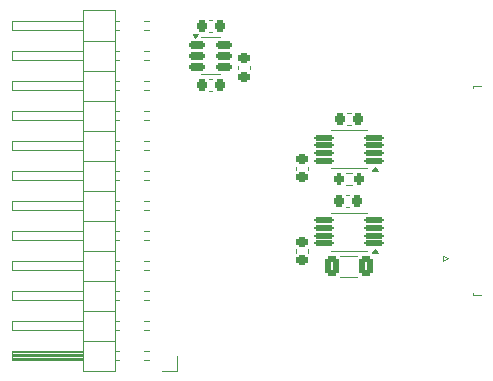
<source format=gbr>
%TF.GenerationSoftware,KiCad,Pcbnew,8.99.0-unknown-77b1d367df~178~ubuntu23.10.1*%
%TF.CreationDate,2024-11-09T00:31:48-05:00*%
%TF.ProjectId,24PinINA333,32345069-6e49-44e4-9133-33332e6b6963,rev?*%
%TF.SameCoordinates,Original*%
%TF.FileFunction,Legend,Top*%
%TF.FilePolarity,Positive*%
%FSLAX46Y46*%
G04 Gerber Fmt 4.6, Leading zero omitted, Abs format (unit mm)*
G04 Created by KiCad (PCBNEW 8.99.0-unknown-77b1d367df~178~ubuntu23.10.1) date 2024-11-09 00:31:48*
%MOMM*%
%LPD*%
G01*
G04 APERTURE LIST*
G04 Aperture macros list*
%AMRoundRect*
0 Rectangle with rounded corners*
0 $1 Rounding radius*
0 $2 $3 $4 $5 $6 $7 $8 $9 X,Y pos of 4 corners*
0 Add a 4 corners polygon primitive as box body*
4,1,4,$2,$3,$4,$5,$6,$7,$8,$9,$2,$3,0*
0 Add four circle primitives for the rounded corners*
1,1,$1+$1,$2,$3*
1,1,$1+$1,$4,$5*
1,1,$1+$1,$6,$7*
1,1,$1+$1,$8,$9*
0 Add four rect primitives between the rounded corners*
20,1,$1+$1,$2,$3,$4,$5,0*
20,1,$1+$1,$4,$5,$6,$7,0*
20,1,$1+$1,$6,$7,$8,$9,0*
20,1,$1+$1,$8,$9,$2,$3,0*%
G04 Aperture macros list end*
%ADD10C,0.120000*%
%ADD11RoundRect,0.225000X-0.250000X0.225000X-0.250000X-0.225000X0.250000X-0.225000X0.250000X0.225000X0*%
%ADD12RoundRect,0.225000X-0.225000X-0.250000X0.225000X-0.250000X0.225000X0.250000X-0.225000X0.250000X0*%
%ADD13RoundRect,0.150000X-0.512500X-0.150000X0.512500X-0.150000X0.512500X0.150000X-0.512500X0.150000X0*%
%ADD14RoundRect,0.125000X0.687500X0.125000X-0.687500X0.125000X-0.687500X-0.125000X0.687500X-0.125000X0*%
%ADD15RoundRect,0.250000X0.312500X0.625000X-0.312500X0.625000X-0.312500X-0.625000X0.312500X-0.625000X0*%
%ADD16RoundRect,0.225000X0.225000X0.250000X-0.225000X0.250000X-0.225000X-0.250000X0.225000X-0.250000X0*%
%ADD17R,1.250000X0.300000*%
%ADD18R,3.000000X2.000000*%
%ADD19RoundRect,0.200000X0.200000X0.275000X-0.200000X0.275000X-0.200000X-0.275000X0.200000X-0.275000X0*%
%ADD20R,1.700000X1.700000*%
%ADD21O,1.700000X1.700000*%
G04 APERTURE END LIST*
D10*
%TO.C,C6*%
X122090000Y-79459420D02*
X122090000Y-79740580D01*
X123110000Y-79459420D02*
X123110000Y-79740580D01*
%TO.C,C4*%
X131359420Y-83415000D02*
X131640580Y-83415000D01*
X131359420Y-84435000D02*
X131640580Y-84435000D01*
%TO.C,U4*%
X119800000Y-77040000D02*
X119000000Y-77040000D01*
X119800000Y-77040000D02*
X120600000Y-77040000D01*
X119800000Y-80160000D02*
X119000000Y-80160000D01*
X119800000Y-80160000D02*
X120600000Y-80160000D01*
X118500000Y-77090000D02*
X118260000Y-76760000D01*
X118740000Y-76760000D01*
X118500000Y-77090000D01*
G36*
X118500000Y-77090000D02*
G01*
X118260000Y-76760000D01*
X118740000Y-76760000D01*
X118500000Y-77090000D01*
G37*
%TO.C,U1*%
X131500000Y-91890000D02*
X130000000Y-91890000D01*
X131500000Y-91890000D02*
X133000000Y-91890000D01*
X131500000Y-95110000D02*
X130000000Y-95110000D01*
X131500000Y-95110000D02*
X133000000Y-95110000D01*
X133952500Y-95315000D02*
X133472500Y-95315000D01*
X133712500Y-94985000D01*
X133952500Y-95315000D01*
G36*
X133952500Y-95315000D02*
G01*
X133472500Y-95315000D01*
X133712500Y-94985000D01*
X133952500Y-95315000D01*
G37*
%TO.C,R1*%
X132219564Y-95515000D02*
X130765436Y-95515000D01*
X132219564Y-97335000D02*
X130765436Y-97335000D01*
%TO.C,C5*%
X119940580Y-80590000D02*
X119659420Y-80590000D01*
X119940580Y-81610000D02*
X119659420Y-81610000D01*
%TO.C,U2*%
X131500000Y-84890000D02*
X130000000Y-84890000D01*
X131500000Y-84890000D02*
X133000000Y-84890000D01*
X131500000Y-88110000D02*
X130000000Y-88110000D01*
X131500000Y-88110000D02*
X133000000Y-88110000D01*
X133952500Y-88315000D02*
X133472500Y-88315000D01*
X133712500Y-87985000D01*
X133952500Y-88315000D01*
G36*
X133952500Y-88315000D02*
G01*
X133472500Y-88315000D01*
X133712500Y-87985000D01*
X133952500Y-88315000D01*
G37*
%TO.C,C2*%
X131251920Y-90415000D02*
X131533080Y-90415000D01*
X131251920Y-91435000D02*
X131533080Y-91435000D01*
%TO.C,C3*%
X126990000Y-87984420D02*
X126990000Y-88265580D01*
X128010000Y-87984420D02*
X128010000Y-88265580D01*
%TO.C,J2*%
X139450000Y-95550000D02*
X139450000Y-95950000D01*
X139450000Y-95950000D02*
X139850000Y-95750000D01*
X139850000Y-95750000D02*
X139450000Y-95550000D01*
X142040000Y-81175000D02*
X142640000Y-81175000D01*
X142040000Y-81285000D02*
X142040000Y-81175000D01*
X142040000Y-98715000D02*
X142040000Y-98825000D01*
X142040000Y-98825000D02*
X142640000Y-98825000D01*
%TO.C,C7*%
X119940580Y-75590000D02*
X119659420Y-75590000D01*
X119940580Y-76610000D02*
X119659420Y-76610000D01*
%TO.C,R2*%
X131737258Y-88502500D02*
X131262742Y-88502500D01*
X131737258Y-89547500D02*
X131262742Y-89547500D01*
%TO.C,C1*%
X126982500Y-94984420D02*
X126982500Y-95265580D01*
X128002500Y-94984420D02*
X128002500Y-95265580D01*
%TO.C,J1*%
X103010000Y-75655000D02*
X109010000Y-75655000D01*
X103010000Y-76415000D02*
X103010000Y-75655000D01*
X103010000Y-78195000D02*
X109010000Y-78195000D01*
X103010000Y-78955000D02*
X103010000Y-78195000D01*
X103010000Y-80735000D02*
X109010000Y-80735000D01*
X103010000Y-81495000D02*
X103010000Y-80735000D01*
X103010000Y-83275000D02*
X109010000Y-83275000D01*
X103010000Y-84035000D02*
X103010000Y-83275000D01*
X103010000Y-85815000D02*
X109010000Y-85815000D01*
X103010000Y-86575000D02*
X103010000Y-85815000D01*
X103010000Y-88355000D02*
X109010000Y-88355000D01*
X103010000Y-89115000D02*
X103010000Y-88355000D01*
X103010000Y-90895000D02*
X109010000Y-90895000D01*
X103010000Y-91655000D02*
X103010000Y-90895000D01*
X103010000Y-93435000D02*
X109010000Y-93435000D01*
X103010000Y-94195000D02*
X103010000Y-93435000D01*
X103010000Y-95975000D02*
X109010000Y-95975000D01*
X103010000Y-96735000D02*
X103010000Y-95975000D01*
X103010000Y-98515000D02*
X109010000Y-98515000D01*
X103010000Y-99275000D02*
X103010000Y-98515000D01*
X103010000Y-101055000D02*
X109010000Y-101055000D01*
X103010000Y-101815000D02*
X103010000Y-101055000D01*
X103010000Y-103595000D02*
X109010000Y-103595000D01*
X103010000Y-104355000D02*
X103010000Y-103595000D01*
X109010000Y-74705000D02*
X109010000Y-105305000D01*
X109010000Y-76415000D02*
X103010000Y-76415000D01*
X109010000Y-78955000D02*
X103010000Y-78955000D01*
X109010000Y-81495000D02*
X103010000Y-81495000D01*
X109010000Y-84035000D02*
X103010000Y-84035000D01*
X109010000Y-86575000D02*
X103010000Y-86575000D01*
X109010000Y-89115000D02*
X103010000Y-89115000D01*
X109010000Y-91655000D02*
X103010000Y-91655000D01*
X109010000Y-94195000D02*
X103010000Y-94195000D01*
X109010000Y-96735000D02*
X103010000Y-96735000D01*
X109010000Y-99275000D02*
X103010000Y-99275000D01*
X109010000Y-101815000D02*
X103010000Y-101815000D01*
X109010000Y-103695000D02*
X103010000Y-103695000D01*
X109010000Y-103815000D02*
X103010000Y-103815000D01*
X109010000Y-103935000D02*
X103010000Y-103935000D01*
X109010000Y-104055000D02*
X103010000Y-104055000D01*
X109010000Y-104175000D02*
X103010000Y-104175000D01*
X109010000Y-104295000D02*
X103010000Y-104295000D01*
X109010000Y-104355000D02*
X103010000Y-104355000D01*
X109010000Y-105305000D02*
X111670000Y-105305000D01*
X111670000Y-74705000D02*
X109010000Y-74705000D01*
X111670000Y-77305000D02*
X109010000Y-77305000D01*
X111670000Y-79845000D02*
X109010000Y-79845000D01*
X111670000Y-82385000D02*
X109010000Y-82385000D01*
X111670000Y-84925000D02*
X109010000Y-84925000D01*
X111670000Y-87465000D02*
X109010000Y-87465000D01*
X111670000Y-90005000D02*
X109010000Y-90005000D01*
X111670000Y-92545000D02*
X109010000Y-92545000D01*
X111670000Y-95085000D02*
X109010000Y-95085000D01*
X111670000Y-97625000D02*
X109010000Y-97625000D01*
X111670000Y-100165000D02*
X109010000Y-100165000D01*
X111670000Y-102705000D02*
X109010000Y-102705000D01*
X111670000Y-105305000D02*
X111670000Y-74705000D01*
X112067071Y-75655000D02*
X111670000Y-75655000D01*
X112067071Y-76415000D02*
X111670000Y-76415000D01*
X112067071Y-78195000D02*
X111670000Y-78195000D01*
X112067071Y-78955000D02*
X111670000Y-78955000D01*
X112067071Y-80735000D02*
X111670000Y-80735000D01*
X112067071Y-81495000D02*
X111670000Y-81495000D01*
X112067071Y-83275000D02*
X111670000Y-83275000D01*
X112067071Y-84035000D02*
X111670000Y-84035000D01*
X112067071Y-85815000D02*
X111670000Y-85815000D01*
X112067071Y-86575000D02*
X111670000Y-86575000D01*
X112067071Y-88355000D02*
X111670000Y-88355000D01*
X112067071Y-89115000D02*
X111670000Y-89115000D01*
X112067071Y-90895000D02*
X111670000Y-90895000D01*
X112067071Y-91655000D02*
X111670000Y-91655000D01*
X112067071Y-93435000D02*
X111670000Y-93435000D01*
X112067071Y-94195000D02*
X111670000Y-94195000D01*
X112067071Y-95975000D02*
X111670000Y-95975000D01*
X112067071Y-96735000D02*
X111670000Y-96735000D01*
X112067071Y-98515000D02*
X111670000Y-98515000D01*
X112067071Y-99275000D02*
X111670000Y-99275000D01*
X112067071Y-101055000D02*
X111670000Y-101055000D01*
X112067071Y-101815000D02*
X111670000Y-101815000D01*
X112067071Y-103595000D02*
X111670000Y-103595000D01*
X112067071Y-104355000D02*
X111670000Y-104355000D01*
X114540000Y-103595000D02*
X114152929Y-103595000D01*
X114540000Y-104355000D02*
X114152929Y-104355000D01*
X114607071Y-75655000D02*
X114152929Y-75655000D01*
X114607071Y-76415000D02*
X114152929Y-76415000D01*
X114607071Y-78195000D02*
X114152929Y-78195000D01*
X114607071Y-78955000D02*
X114152929Y-78955000D01*
X114607071Y-80735000D02*
X114152929Y-80735000D01*
X114607071Y-81495000D02*
X114152929Y-81495000D01*
X114607071Y-83275000D02*
X114152929Y-83275000D01*
X114607071Y-84035000D02*
X114152929Y-84035000D01*
X114607071Y-85815000D02*
X114152929Y-85815000D01*
X114607071Y-86575000D02*
X114152929Y-86575000D01*
X114607071Y-88355000D02*
X114152929Y-88355000D01*
X114607071Y-89115000D02*
X114152929Y-89115000D01*
X114607071Y-90895000D02*
X114152929Y-90895000D01*
X114607071Y-91655000D02*
X114152929Y-91655000D01*
X114607071Y-93435000D02*
X114152929Y-93435000D01*
X114607071Y-94195000D02*
X114152929Y-94195000D01*
X114607071Y-95975000D02*
X114152929Y-95975000D01*
X114607071Y-96735000D02*
X114152929Y-96735000D01*
X114607071Y-98515000D02*
X114152929Y-98515000D01*
X114607071Y-99275000D02*
X114152929Y-99275000D01*
X114607071Y-101055000D02*
X114152929Y-101055000D01*
X114607071Y-101815000D02*
X114152929Y-101815000D01*
X116920000Y-103975000D02*
X116920000Y-105245000D01*
X116920000Y-105245000D02*
X115650000Y-105245000D01*
%TD*%
%LPC*%
D11*
%TO.C,C6*%
X122600000Y-78825000D03*
X122600000Y-80375000D03*
%TD*%
D12*
%TO.C,C4*%
X130725000Y-83925000D03*
X132275000Y-83925000D03*
%TD*%
D13*
%TO.C,U4*%
X118662500Y-77650000D03*
X118662500Y-78600000D03*
X118662500Y-79550000D03*
X120937500Y-79550000D03*
X120937500Y-78600000D03*
X120937500Y-77650000D03*
%TD*%
D14*
%TO.C,U1*%
X133612500Y-94475000D03*
X133612500Y-93825000D03*
X133612500Y-93175000D03*
X133612500Y-92525000D03*
X129387500Y-92525000D03*
X129387500Y-93175000D03*
X129387500Y-93825000D03*
X129387500Y-94475000D03*
%TD*%
D15*
%TO.C,R1*%
X132955000Y-96425000D03*
X130030000Y-96425000D03*
%TD*%
D16*
%TO.C,C5*%
X120575000Y-81100000D03*
X119025000Y-81100000D03*
%TD*%
D14*
%TO.C,U2*%
X133612500Y-87475000D03*
X133612500Y-86825000D03*
X133612500Y-86175000D03*
X133612500Y-85525000D03*
X129387500Y-85525000D03*
X129387500Y-86175000D03*
X129387500Y-86825000D03*
X129387500Y-87475000D03*
%TD*%
D12*
%TO.C,C2*%
X130617500Y-90925000D03*
X132167500Y-90925000D03*
%TD*%
D11*
%TO.C,C3*%
X127500000Y-87350000D03*
X127500000Y-88900000D03*
%TD*%
D17*
%TO.C,J2*%
X138650000Y-95750000D03*
X138650000Y-95250000D03*
X138650000Y-94750000D03*
X138650000Y-94250000D03*
X138650000Y-93750000D03*
X138650000Y-93250000D03*
X138650000Y-92750000D03*
X138650000Y-92250000D03*
X138650000Y-91750000D03*
X138650000Y-91250000D03*
X138650000Y-90750000D03*
X138650000Y-90250000D03*
X138650000Y-89750000D03*
X138650000Y-89250000D03*
X138650000Y-88750000D03*
X138650000Y-88250000D03*
X138650000Y-87750000D03*
X138650000Y-87250000D03*
X138650000Y-86750000D03*
X138650000Y-86250000D03*
X138650000Y-85750000D03*
X138650000Y-85250000D03*
X138650000Y-84750000D03*
X138650000Y-84250000D03*
D18*
X140975000Y-97290000D03*
X140975000Y-82710000D03*
%TD*%
D16*
%TO.C,C7*%
X120575000Y-76100000D03*
X119025000Y-76100000D03*
%TD*%
D19*
%TO.C,R2*%
X132325000Y-89025000D03*
X130675000Y-89025000D03*
%TD*%
D11*
%TO.C,C1*%
X127492500Y-94350000D03*
X127492500Y-95900000D03*
%TD*%
D20*
%TO.C,J1*%
X115650000Y-103975000D03*
D21*
X113110000Y-103975000D03*
X115650000Y-101435000D03*
X113110000Y-101435000D03*
X115650000Y-98895000D03*
X113110000Y-98895000D03*
X115650000Y-96355000D03*
X113110000Y-96355000D03*
X115650000Y-93815000D03*
X113110000Y-93815000D03*
X115650000Y-91275000D03*
X113110000Y-91275000D03*
X115650000Y-88735000D03*
X113110000Y-88735000D03*
X115650000Y-86195000D03*
X113110000Y-86195000D03*
X115650000Y-83655000D03*
X113110000Y-83655000D03*
X115650000Y-81115000D03*
X113110000Y-81115000D03*
X115650000Y-78575000D03*
X113110000Y-78575000D03*
X115650000Y-76035000D03*
X113110000Y-76035000D03*
%TD*%
%LPD*%
M02*

</source>
